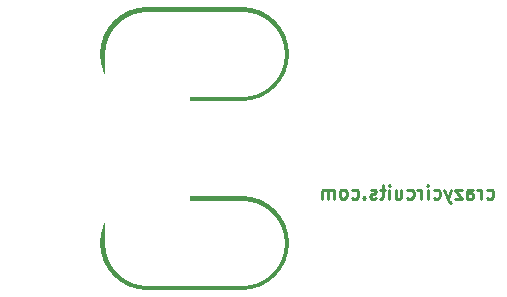
<source format=gbo>
%TF.GenerationSoftware,KiCad,Pcbnew,4.0.5-e0-6337~49~ubuntu16.04.1*%
%TF.CreationDate,2017-02-14T03:20:44-08:00*%
%TF.ProjectId,10mmLED-Button-Battery,31306D6D4C45442D427574746F6E2D42,v1.2*%
%TF.FileFunction,Legend,Bot*%
%FSLAX46Y46*%
G04 Gerber Fmt 4.6, Leading zero omitted, Abs format (unit mm)*
G04 Created by KiCad (PCBNEW 4.0.5-e0-6337~49~ubuntu16.04.1) date Tue Feb 14 03:20:44 2017*
%MOMM*%
%LPD*%
G01*
G04 APERTURE LIST*
%ADD10C,0.350000*%
%ADD11C,8.000000*%
%ADD12C,0.254000*%
%ADD13C,0.150000*%
%ADD14C,7.000000*%
%ADD15C,7.200000*%
%ADD16R,2.152400X2.052400*%
%ADD17C,2.052400*%
%ADD18C,6.152400*%
%ADD19C,1.852400*%
%ADD20C,7.352400*%
%ADD21C,5.132400*%
G04 APERTURE END LIST*
D10*
D11*
X45768800Y-45415200D02*
X37768800Y-45415200D01*
X45768800Y-61415200D02*
X37768800Y-61415200D01*
D12*
X66513528Y-57625343D02*
X66622385Y-57679771D01*
X66840099Y-57679771D01*
X66948957Y-57625343D01*
X67003385Y-57570914D01*
X67057814Y-57462057D01*
X67057814Y-57135486D01*
X67003385Y-57026629D01*
X66948957Y-56972200D01*
X66840099Y-56917771D01*
X66622385Y-56917771D01*
X66513528Y-56972200D01*
X66023671Y-57679771D02*
X66023671Y-56917771D01*
X66023671Y-57135486D02*
X65969243Y-57026629D01*
X65914814Y-56972200D01*
X65805957Y-56917771D01*
X65697100Y-56917771D01*
X64826243Y-57679771D02*
X64826243Y-57081057D01*
X64880672Y-56972200D01*
X64989529Y-56917771D01*
X65207243Y-56917771D01*
X65316100Y-56972200D01*
X64826243Y-57625343D02*
X64935100Y-57679771D01*
X65207243Y-57679771D01*
X65316100Y-57625343D01*
X65370529Y-57516486D01*
X65370529Y-57407629D01*
X65316100Y-57298771D01*
X65207243Y-57244343D01*
X64935100Y-57244343D01*
X64826243Y-57189914D01*
X64390814Y-56917771D02*
X63792100Y-56917771D01*
X64390814Y-57679771D01*
X63792100Y-57679771D01*
X63465528Y-56917771D02*
X63193385Y-57679771D01*
X62921243Y-56917771D02*
X63193385Y-57679771D01*
X63302243Y-57951914D01*
X63356671Y-58006343D01*
X63465528Y-58060771D01*
X61995957Y-57625343D02*
X62104814Y-57679771D01*
X62322528Y-57679771D01*
X62431386Y-57625343D01*
X62485814Y-57570914D01*
X62540243Y-57462057D01*
X62540243Y-57135486D01*
X62485814Y-57026629D01*
X62431386Y-56972200D01*
X62322528Y-56917771D01*
X62104814Y-56917771D01*
X61995957Y-56972200D01*
X61506100Y-57679771D02*
X61506100Y-56917771D01*
X61506100Y-56536771D02*
X61560529Y-56591200D01*
X61506100Y-56645629D01*
X61451672Y-56591200D01*
X61506100Y-56536771D01*
X61506100Y-56645629D01*
X60961814Y-57679771D02*
X60961814Y-56917771D01*
X60961814Y-57135486D02*
X60907386Y-57026629D01*
X60852957Y-56972200D01*
X60744100Y-56917771D01*
X60635243Y-56917771D01*
X59764386Y-57625343D02*
X59873243Y-57679771D01*
X60090957Y-57679771D01*
X60199815Y-57625343D01*
X60254243Y-57570914D01*
X60308672Y-57462057D01*
X60308672Y-57135486D01*
X60254243Y-57026629D01*
X60199815Y-56972200D01*
X60090957Y-56917771D01*
X59873243Y-56917771D01*
X59764386Y-56972200D01*
X58784672Y-56917771D02*
X58784672Y-57679771D01*
X59274529Y-56917771D02*
X59274529Y-57516486D01*
X59220101Y-57625343D01*
X59111243Y-57679771D01*
X58947958Y-57679771D01*
X58839101Y-57625343D01*
X58784672Y-57570914D01*
X58240386Y-57679771D02*
X58240386Y-56917771D01*
X58240386Y-56536771D02*
X58294815Y-56591200D01*
X58240386Y-56645629D01*
X58185958Y-56591200D01*
X58240386Y-56536771D01*
X58240386Y-56645629D01*
X57859386Y-56917771D02*
X57423957Y-56917771D01*
X57696100Y-56536771D02*
X57696100Y-57516486D01*
X57641672Y-57625343D01*
X57532814Y-57679771D01*
X57423957Y-57679771D01*
X57097386Y-57625343D02*
X56988529Y-57679771D01*
X56770814Y-57679771D01*
X56661957Y-57625343D01*
X56607529Y-57516486D01*
X56607529Y-57462057D01*
X56661957Y-57353200D01*
X56770814Y-57298771D01*
X56934100Y-57298771D01*
X57042957Y-57244343D01*
X57097386Y-57135486D01*
X57097386Y-57081057D01*
X57042957Y-56972200D01*
X56934100Y-56917771D01*
X56770814Y-56917771D01*
X56661957Y-56972200D01*
X56117671Y-57570914D02*
X56063243Y-57625343D01*
X56117671Y-57679771D01*
X56172100Y-57625343D01*
X56117671Y-57570914D01*
X56117671Y-57679771D01*
X55083528Y-57625343D02*
X55192385Y-57679771D01*
X55410099Y-57679771D01*
X55518957Y-57625343D01*
X55573385Y-57570914D01*
X55627814Y-57462057D01*
X55627814Y-57135486D01*
X55573385Y-57026629D01*
X55518957Y-56972200D01*
X55410099Y-56917771D01*
X55192385Y-56917771D01*
X55083528Y-56972200D01*
X54430385Y-57679771D02*
X54539243Y-57625343D01*
X54593671Y-57570914D01*
X54648100Y-57462057D01*
X54648100Y-57135486D01*
X54593671Y-57026629D01*
X54539243Y-56972200D01*
X54430385Y-56917771D01*
X54267100Y-56917771D01*
X54158243Y-56972200D01*
X54103814Y-57026629D01*
X54049385Y-57135486D01*
X54049385Y-57462057D01*
X54103814Y-57570914D01*
X54158243Y-57625343D01*
X54267100Y-57679771D01*
X54430385Y-57679771D01*
X53559528Y-57679771D02*
X53559528Y-56917771D01*
X53559528Y-57026629D02*
X53505100Y-56972200D01*
X53396242Y-56917771D01*
X53232957Y-56917771D01*
X53124100Y-56972200D01*
X53069671Y-57081057D01*
X53069671Y-57679771D01*
X53069671Y-57081057D02*
X53015242Y-56972200D01*
X52906385Y-56917771D01*
X52743100Y-56917771D01*
X52634242Y-56972200D01*
X52579814Y-57081057D01*
X52579814Y-57679771D01*
D13*
X27149752Y-48886629D02*
X26387847Y-48886629D01*
X26768799Y-49267581D02*
X26768799Y-48505676D01*
X27149752Y-57686629D02*
X26387847Y-57686629D01*
X26768799Y-58067581D02*
X26768799Y-57305676D01*
%LPC*%
D14*
X55855600Y-42810700D02*
X63855600Y-42810700D01*
X55855600Y-34810700D02*
X63855600Y-34810700D01*
D15*
X37768800Y-61415200D02*
X45768800Y-61415200D01*
X37768800Y-45415200D02*
X37768800Y-61415200D01*
X45768800Y-45415200D02*
X37768800Y-45415200D01*
X29768800Y-61415200D02*
X29768800Y-45415200D01*
D16*
X59855600Y-39810700D03*
D17*
X59855600Y-37270700D03*
D18*
X63855600Y-34810700D03*
X63855600Y-42810700D03*
X55855600Y-42810700D03*
X55855600Y-34810700D03*
D19*
X40758201Y-37303801D03*
X34758201Y-37303801D03*
X40758201Y-33303801D03*
X34758201Y-33303801D03*
D20*
X29764801Y-35289601D03*
X45764801Y-35289601D03*
D21*
X37768800Y-53415200D03*
X45768800Y-53415200D03*
X29768800Y-53415200D03*
D18*
X45768800Y-61415200D03*
D21*
X37768800Y-61415200D03*
D18*
X29768800Y-61415200D03*
X45768800Y-45415200D03*
D21*
X37768800Y-45415200D03*
D18*
X29768800Y-45415200D03*
M02*

</source>
